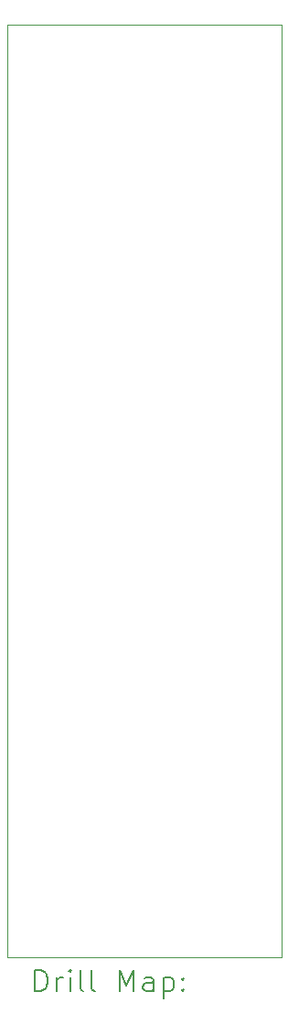
<source format=gbr>
%TF.GenerationSoftware,KiCad,Pcbnew,9.0.6*%
%TF.CreationDate,2026-01-05T15:48:14-06:00*%
%TF.ProjectId,QFN-64_9x9_P0.5,51464e2d-3634-45f3-9978-395f50302e35,rev?*%
%TF.SameCoordinates,Original*%
%TF.FileFunction,Drillmap*%
%TF.FilePolarity,Positive*%
%FSLAX45Y45*%
G04 Gerber Fmt 4.5, Leading zero omitted, Abs format (unit mm)*
G04 Created by KiCad (PCBNEW 9.0.6) date 2026-01-05 15:48:14*
%MOMM*%
%LPD*%
G01*
G04 APERTURE LIST*
%ADD10C,0.050000*%
%ADD11C,0.200000*%
G04 APERTURE END LIST*
D10*
X10871200Y-7856623D02*
X13411200Y-7856623D01*
X13411200Y-16492623D01*
X10871200Y-16492623D01*
X10871200Y-7856623D01*
D11*
X11129477Y-16806607D02*
X11129477Y-16606607D01*
X11129477Y-16606607D02*
X11177096Y-16606607D01*
X11177096Y-16606607D02*
X11205667Y-16616131D01*
X11205667Y-16616131D02*
X11224715Y-16635178D01*
X11224715Y-16635178D02*
X11234239Y-16654226D01*
X11234239Y-16654226D02*
X11243762Y-16692321D01*
X11243762Y-16692321D02*
X11243762Y-16720892D01*
X11243762Y-16720892D02*
X11234239Y-16758988D01*
X11234239Y-16758988D02*
X11224715Y-16778035D01*
X11224715Y-16778035D02*
X11205667Y-16797083D01*
X11205667Y-16797083D02*
X11177096Y-16806607D01*
X11177096Y-16806607D02*
X11129477Y-16806607D01*
X11329477Y-16806607D02*
X11329477Y-16673273D01*
X11329477Y-16711369D02*
X11339001Y-16692321D01*
X11339001Y-16692321D02*
X11348524Y-16682797D01*
X11348524Y-16682797D02*
X11367572Y-16673273D01*
X11367572Y-16673273D02*
X11386620Y-16673273D01*
X11453286Y-16806607D02*
X11453286Y-16673273D01*
X11453286Y-16606607D02*
X11443762Y-16616131D01*
X11443762Y-16616131D02*
X11453286Y-16625654D01*
X11453286Y-16625654D02*
X11462810Y-16616131D01*
X11462810Y-16616131D02*
X11453286Y-16606607D01*
X11453286Y-16606607D02*
X11453286Y-16625654D01*
X11577096Y-16806607D02*
X11558048Y-16797083D01*
X11558048Y-16797083D02*
X11548524Y-16778035D01*
X11548524Y-16778035D02*
X11548524Y-16606607D01*
X11681858Y-16806607D02*
X11662810Y-16797083D01*
X11662810Y-16797083D02*
X11653286Y-16778035D01*
X11653286Y-16778035D02*
X11653286Y-16606607D01*
X11910429Y-16806607D02*
X11910429Y-16606607D01*
X11910429Y-16606607D02*
X11977096Y-16749464D01*
X11977096Y-16749464D02*
X12043762Y-16606607D01*
X12043762Y-16606607D02*
X12043762Y-16806607D01*
X12224715Y-16806607D02*
X12224715Y-16701845D01*
X12224715Y-16701845D02*
X12215191Y-16682797D01*
X12215191Y-16682797D02*
X12196143Y-16673273D01*
X12196143Y-16673273D02*
X12158048Y-16673273D01*
X12158048Y-16673273D02*
X12139001Y-16682797D01*
X12224715Y-16797083D02*
X12205667Y-16806607D01*
X12205667Y-16806607D02*
X12158048Y-16806607D01*
X12158048Y-16806607D02*
X12139001Y-16797083D01*
X12139001Y-16797083D02*
X12129477Y-16778035D01*
X12129477Y-16778035D02*
X12129477Y-16758988D01*
X12129477Y-16758988D02*
X12139001Y-16739940D01*
X12139001Y-16739940D02*
X12158048Y-16730416D01*
X12158048Y-16730416D02*
X12205667Y-16730416D01*
X12205667Y-16730416D02*
X12224715Y-16720892D01*
X12319953Y-16673273D02*
X12319953Y-16873273D01*
X12319953Y-16682797D02*
X12339001Y-16673273D01*
X12339001Y-16673273D02*
X12377096Y-16673273D01*
X12377096Y-16673273D02*
X12396143Y-16682797D01*
X12396143Y-16682797D02*
X12405667Y-16692321D01*
X12405667Y-16692321D02*
X12415191Y-16711369D01*
X12415191Y-16711369D02*
X12415191Y-16768511D01*
X12415191Y-16768511D02*
X12405667Y-16787559D01*
X12405667Y-16787559D02*
X12396143Y-16797083D01*
X12396143Y-16797083D02*
X12377096Y-16806607D01*
X12377096Y-16806607D02*
X12339001Y-16806607D01*
X12339001Y-16806607D02*
X12319953Y-16797083D01*
X12500905Y-16787559D02*
X12510429Y-16797083D01*
X12510429Y-16797083D02*
X12500905Y-16806607D01*
X12500905Y-16806607D02*
X12491382Y-16797083D01*
X12491382Y-16797083D02*
X12500905Y-16787559D01*
X12500905Y-16787559D02*
X12500905Y-16806607D01*
X12500905Y-16682797D02*
X12510429Y-16692321D01*
X12510429Y-16692321D02*
X12500905Y-16701845D01*
X12500905Y-16701845D02*
X12491382Y-16692321D01*
X12491382Y-16692321D02*
X12500905Y-16682797D01*
X12500905Y-16682797D02*
X12500905Y-16701845D01*
M02*

</source>
